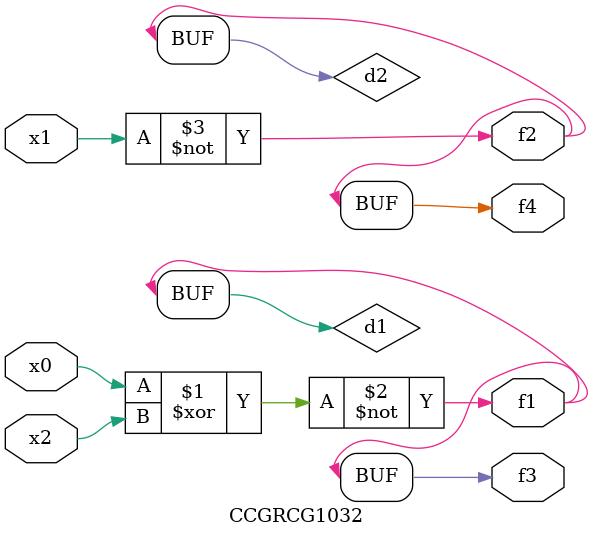
<source format=v>
module CCGRCG1032(
	input x0, x1, x2,
	output f1, f2, f3, f4
);

	wire d1, d2, d3;

	xnor (d1, x0, x2);
	nand (d2, x1);
	nor (d3, x1, x2);
	assign f1 = d1;
	assign f2 = d2;
	assign f3 = d1;
	assign f4 = d2;
endmodule

</source>
